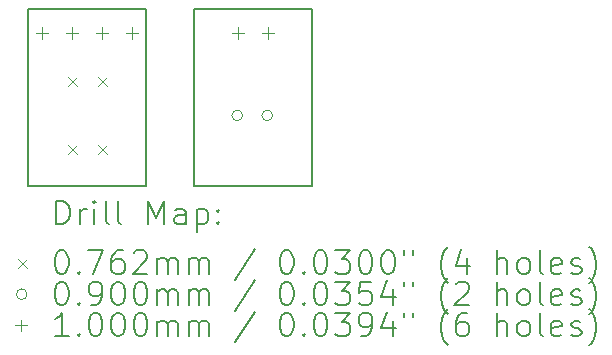
<source format=gbr>
%TF.GenerationSoftware,KiCad,Pcbnew,7.0.2-0*%
%TF.CreationDate,2023-08-02T16:30:45+09:00*%
%TF.ProjectId,touch_board2,746f7563-685f-4626-9f61-7264322e6b69,rev?*%
%TF.SameCoordinates,Original*%
%TF.FileFunction,Drillmap*%
%TF.FilePolarity,Positive*%
%FSLAX45Y45*%
G04 Gerber Fmt 4.5, Leading zero omitted, Abs format (unit mm)*
G04 Created by KiCad (PCBNEW 7.0.2-0) date 2023-08-02 16:30:45*
%MOMM*%
%LPD*%
G01*
G04 APERTURE LIST*
%ADD10C,0.200000*%
%ADD11C,0.076200*%
%ADD12C,0.090000*%
%ADD13C,0.100000*%
G04 APERTURE END LIST*
D10*
X12800000Y-11500000D02*
X13800000Y-11500000D01*
X12800000Y-10000000D02*
X12800000Y-11500000D01*
X13800000Y-10000000D02*
X12800000Y-10000000D01*
X13800000Y-11500000D02*
X13800000Y-10000000D01*
X14200000Y-11500000D02*
X15200000Y-11500000D01*
X14200000Y-10000000D02*
X14200000Y-11500000D01*
X15200000Y-10000000D02*
X14200000Y-10000000D01*
X15200000Y-11500000D02*
X15200000Y-10000000D01*
D11*
X13134900Y-10574400D02*
X13211100Y-10650600D01*
X13211100Y-10574400D02*
X13134900Y-10650600D01*
X13134900Y-11149400D02*
X13211100Y-11225600D01*
X13211100Y-11149400D02*
X13134900Y-11225600D01*
X13388900Y-10574400D02*
X13465100Y-10650600D01*
X13465100Y-10574400D02*
X13388900Y-10650600D01*
X13388900Y-11149400D02*
X13465100Y-11225600D01*
X13465100Y-11149400D02*
X13388900Y-11225600D01*
D12*
X14615000Y-10900000D02*
G75*
G03*
X14615000Y-10900000I-45000J0D01*
G01*
X14869000Y-10900000D02*
G75*
G03*
X14869000Y-10900000I-45000J0D01*
G01*
D13*
X12920000Y-10150000D02*
X12920000Y-10250000D01*
X12870000Y-10200000D02*
X12970000Y-10200000D01*
X13174000Y-10150000D02*
X13174000Y-10250000D01*
X13124000Y-10200000D02*
X13224000Y-10200000D01*
X13428000Y-10150000D02*
X13428000Y-10250000D01*
X13378000Y-10200000D02*
X13478000Y-10200000D01*
X13682000Y-10150000D02*
X13682000Y-10250000D01*
X13632000Y-10200000D02*
X13732000Y-10200000D01*
X14573500Y-10150000D02*
X14573500Y-10250000D01*
X14523500Y-10200000D02*
X14623500Y-10200000D01*
X14827500Y-10150000D02*
X14827500Y-10250000D01*
X14777500Y-10200000D02*
X14877500Y-10200000D01*
D10*
X13037619Y-11822524D02*
X13037619Y-11622524D01*
X13037619Y-11622524D02*
X13085238Y-11622524D01*
X13085238Y-11622524D02*
X13113809Y-11632048D01*
X13113809Y-11632048D02*
X13132857Y-11651095D01*
X13132857Y-11651095D02*
X13142381Y-11670143D01*
X13142381Y-11670143D02*
X13151905Y-11708238D01*
X13151905Y-11708238D02*
X13151905Y-11736809D01*
X13151905Y-11736809D02*
X13142381Y-11774905D01*
X13142381Y-11774905D02*
X13132857Y-11793952D01*
X13132857Y-11793952D02*
X13113809Y-11813000D01*
X13113809Y-11813000D02*
X13085238Y-11822524D01*
X13085238Y-11822524D02*
X13037619Y-11822524D01*
X13237619Y-11822524D02*
X13237619Y-11689190D01*
X13237619Y-11727286D02*
X13247143Y-11708238D01*
X13247143Y-11708238D02*
X13256667Y-11698714D01*
X13256667Y-11698714D02*
X13275714Y-11689190D01*
X13275714Y-11689190D02*
X13294762Y-11689190D01*
X13361428Y-11822524D02*
X13361428Y-11689190D01*
X13361428Y-11622524D02*
X13351905Y-11632048D01*
X13351905Y-11632048D02*
X13361428Y-11641571D01*
X13361428Y-11641571D02*
X13370952Y-11632048D01*
X13370952Y-11632048D02*
X13361428Y-11622524D01*
X13361428Y-11622524D02*
X13361428Y-11641571D01*
X13485238Y-11822524D02*
X13466190Y-11813000D01*
X13466190Y-11813000D02*
X13456667Y-11793952D01*
X13456667Y-11793952D02*
X13456667Y-11622524D01*
X13590000Y-11822524D02*
X13570952Y-11813000D01*
X13570952Y-11813000D02*
X13561428Y-11793952D01*
X13561428Y-11793952D02*
X13561428Y-11622524D01*
X13818571Y-11822524D02*
X13818571Y-11622524D01*
X13818571Y-11622524D02*
X13885238Y-11765381D01*
X13885238Y-11765381D02*
X13951905Y-11622524D01*
X13951905Y-11622524D02*
X13951905Y-11822524D01*
X14132857Y-11822524D02*
X14132857Y-11717762D01*
X14132857Y-11717762D02*
X14123333Y-11698714D01*
X14123333Y-11698714D02*
X14104286Y-11689190D01*
X14104286Y-11689190D02*
X14066190Y-11689190D01*
X14066190Y-11689190D02*
X14047143Y-11698714D01*
X14132857Y-11813000D02*
X14113809Y-11822524D01*
X14113809Y-11822524D02*
X14066190Y-11822524D01*
X14066190Y-11822524D02*
X14047143Y-11813000D01*
X14047143Y-11813000D02*
X14037619Y-11793952D01*
X14037619Y-11793952D02*
X14037619Y-11774905D01*
X14037619Y-11774905D02*
X14047143Y-11755857D01*
X14047143Y-11755857D02*
X14066190Y-11746333D01*
X14066190Y-11746333D02*
X14113809Y-11746333D01*
X14113809Y-11746333D02*
X14132857Y-11736809D01*
X14228095Y-11689190D02*
X14228095Y-11889190D01*
X14228095Y-11698714D02*
X14247143Y-11689190D01*
X14247143Y-11689190D02*
X14285238Y-11689190D01*
X14285238Y-11689190D02*
X14304286Y-11698714D01*
X14304286Y-11698714D02*
X14313809Y-11708238D01*
X14313809Y-11708238D02*
X14323333Y-11727286D01*
X14323333Y-11727286D02*
X14323333Y-11784428D01*
X14323333Y-11784428D02*
X14313809Y-11803476D01*
X14313809Y-11803476D02*
X14304286Y-11813000D01*
X14304286Y-11813000D02*
X14285238Y-11822524D01*
X14285238Y-11822524D02*
X14247143Y-11822524D01*
X14247143Y-11822524D02*
X14228095Y-11813000D01*
X14409048Y-11803476D02*
X14418571Y-11813000D01*
X14418571Y-11813000D02*
X14409048Y-11822524D01*
X14409048Y-11822524D02*
X14399524Y-11813000D01*
X14399524Y-11813000D02*
X14409048Y-11803476D01*
X14409048Y-11803476D02*
X14409048Y-11822524D01*
X14409048Y-11698714D02*
X14418571Y-11708238D01*
X14418571Y-11708238D02*
X14409048Y-11717762D01*
X14409048Y-11717762D02*
X14399524Y-11708238D01*
X14399524Y-11708238D02*
X14409048Y-11698714D01*
X14409048Y-11698714D02*
X14409048Y-11717762D01*
D11*
X12713800Y-12111900D02*
X12790000Y-12188100D01*
X12790000Y-12111900D02*
X12713800Y-12188100D01*
D10*
X13075714Y-12042524D02*
X13094762Y-12042524D01*
X13094762Y-12042524D02*
X13113809Y-12052048D01*
X13113809Y-12052048D02*
X13123333Y-12061571D01*
X13123333Y-12061571D02*
X13132857Y-12080619D01*
X13132857Y-12080619D02*
X13142381Y-12118714D01*
X13142381Y-12118714D02*
X13142381Y-12166333D01*
X13142381Y-12166333D02*
X13132857Y-12204428D01*
X13132857Y-12204428D02*
X13123333Y-12223476D01*
X13123333Y-12223476D02*
X13113809Y-12233000D01*
X13113809Y-12233000D02*
X13094762Y-12242524D01*
X13094762Y-12242524D02*
X13075714Y-12242524D01*
X13075714Y-12242524D02*
X13056667Y-12233000D01*
X13056667Y-12233000D02*
X13047143Y-12223476D01*
X13047143Y-12223476D02*
X13037619Y-12204428D01*
X13037619Y-12204428D02*
X13028095Y-12166333D01*
X13028095Y-12166333D02*
X13028095Y-12118714D01*
X13028095Y-12118714D02*
X13037619Y-12080619D01*
X13037619Y-12080619D02*
X13047143Y-12061571D01*
X13047143Y-12061571D02*
X13056667Y-12052048D01*
X13056667Y-12052048D02*
X13075714Y-12042524D01*
X13228095Y-12223476D02*
X13237619Y-12233000D01*
X13237619Y-12233000D02*
X13228095Y-12242524D01*
X13228095Y-12242524D02*
X13218571Y-12233000D01*
X13218571Y-12233000D02*
X13228095Y-12223476D01*
X13228095Y-12223476D02*
X13228095Y-12242524D01*
X13304286Y-12042524D02*
X13437619Y-12042524D01*
X13437619Y-12042524D02*
X13351905Y-12242524D01*
X13599524Y-12042524D02*
X13561428Y-12042524D01*
X13561428Y-12042524D02*
X13542381Y-12052048D01*
X13542381Y-12052048D02*
X13532857Y-12061571D01*
X13532857Y-12061571D02*
X13513809Y-12090143D01*
X13513809Y-12090143D02*
X13504286Y-12128238D01*
X13504286Y-12128238D02*
X13504286Y-12204428D01*
X13504286Y-12204428D02*
X13513809Y-12223476D01*
X13513809Y-12223476D02*
X13523333Y-12233000D01*
X13523333Y-12233000D02*
X13542381Y-12242524D01*
X13542381Y-12242524D02*
X13580476Y-12242524D01*
X13580476Y-12242524D02*
X13599524Y-12233000D01*
X13599524Y-12233000D02*
X13609048Y-12223476D01*
X13609048Y-12223476D02*
X13618571Y-12204428D01*
X13618571Y-12204428D02*
X13618571Y-12156809D01*
X13618571Y-12156809D02*
X13609048Y-12137762D01*
X13609048Y-12137762D02*
X13599524Y-12128238D01*
X13599524Y-12128238D02*
X13580476Y-12118714D01*
X13580476Y-12118714D02*
X13542381Y-12118714D01*
X13542381Y-12118714D02*
X13523333Y-12128238D01*
X13523333Y-12128238D02*
X13513809Y-12137762D01*
X13513809Y-12137762D02*
X13504286Y-12156809D01*
X13694762Y-12061571D02*
X13704286Y-12052048D01*
X13704286Y-12052048D02*
X13723333Y-12042524D01*
X13723333Y-12042524D02*
X13770952Y-12042524D01*
X13770952Y-12042524D02*
X13790000Y-12052048D01*
X13790000Y-12052048D02*
X13799524Y-12061571D01*
X13799524Y-12061571D02*
X13809048Y-12080619D01*
X13809048Y-12080619D02*
X13809048Y-12099667D01*
X13809048Y-12099667D02*
X13799524Y-12128238D01*
X13799524Y-12128238D02*
X13685238Y-12242524D01*
X13685238Y-12242524D02*
X13809048Y-12242524D01*
X13894762Y-12242524D02*
X13894762Y-12109190D01*
X13894762Y-12128238D02*
X13904286Y-12118714D01*
X13904286Y-12118714D02*
X13923333Y-12109190D01*
X13923333Y-12109190D02*
X13951905Y-12109190D01*
X13951905Y-12109190D02*
X13970952Y-12118714D01*
X13970952Y-12118714D02*
X13980476Y-12137762D01*
X13980476Y-12137762D02*
X13980476Y-12242524D01*
X13980476Y-12137762D02*
X13990000Y-12118714D01*
X13990000Y-12118714D02*
X14009048Y-12109190D01*
X14009048Y-12109190D02*
X14037619Y-12109190D01*
X14037619Y-12109190D02*
X14056667Y-12118714D01*
X14056667Y-12118714D02*
X14066190Y-12137762D01*
X14066190Y-12137762D02*
X14066190Y-12242524D01*
X14161429Y-12242524D02*
X14161429Y-12109190D01*
X14161429Y-12128238D02*
X14170952Y-12118714D01*
X14170952Y-12118714D02*
X14190000Y-12109190D01*
X14190000Y-12109190D02*
X14218571Y-12109190D01*
X14218571Y-12109190D02*
X14237619Y-12118714D01*
X14237619Y-12118714D02*
X14247143Y-12137762D01*
X14247143Y-12137762D02*
X14247143Y-12242524D01*
X14247143Y-12137762D02*
X14256667Y-12118714D01*
X14256667Y-12118714D02*
X14275714Y-12109190D01*
X14275714Y-12109190D02*
X14304286Y-12109190D01*
X14304286Y-12109190D02*
X14323333Y-12118714D01*
X14323333Y-12118714D02*
X14332857Y-12137762D01*
X14332857Y-12137762D02*
X14332857Y-12242524D01*
X14723333Y-12033000D02*
X14551905Y-12290143D01*
X14980476Y-12042524D02*
X14999524Y-12042524D01*
X14999524Y-12042524D02*
X15018572Y-12052048D01*
X15018572Y-12052048D02*
X15028095Y-12061571D01*
X15028095Y-12061571D02*
X15037619Y-12080619D01*
X15037619Y-12080619D02*
X15047143Y-12118714D01*
X15047143Y-12118714D02*
X15047143Y-12166333D01*
X15047143Y-12166333D02*
X15037619Y-12204428D01*
X15037619Y-12204428D02*
X15028095Y-12223476D01*
X15028095Y-12223476D02*
X15018572Y-12233000D01*
X15018572Y-12233000D02*
X14999524Y-12242524D01*
X14999524Y-12242524D02*
X14980476Y-12242524D01*
X14980476Y-12242524D02*
X14961429Y-12233000D01*
X14961429Y-12233000D02*
X14951905Y-12223476D01*
X14951905Y-12223476D02*
X14942381Y-12204428D01*
X14942381Y-12204428D02*
X14932857Y-12166333D01*
X14932857Y-12166333D02*
X14932857Y-12118714D01*
X14932857Y-12118714D02*
X14942381Y-12080619D01*
X14942381Y-12080619D02*
X14951905Y-12061571D01*
X14951905Y-12061571D02*
X14961429Y-12052048D01*
X14961429Y-12052048D02*
X14980476Y-12042524D01*
X15132857Y-12223476D02*
X15142381Y-12233000D01*
X15142381Y-12233000D02*
X15132857Y-12242524D01*
X15132857Y-12242524D02*
X15123333Y-12233000D01*
X15123333Y-12233000D02*
X15132857Y-12223476D01*
X15132857Y-12223476D02*
X15132857Y-12242524D01*
X15266191Y-12042524D02*
X15285238Y-12042524D01*
X15285238Y-12042524D02*
X15304286Y-12052048D01*
X15304286Y-12052048D02*
X15313810Y-12061571D01*
X15313810Y-12061571D02*
X15323333Y-12080619D01*
X15323333Y-12080619D02*
X15332857Y-12118714D01*
X15332857Y-12118714D02*
X15332857Y-12166333D01*
X15332857Y-12166333D02*
X15323333Y-12204428D01*
X15323333Y-12204428D02*
X15313810Y-12223476D01*
X15313810Y-12223476D02*
X15304286Y-12233000D01*
X15304286Y-12233000D02*
X15285238Y-12242524D01*
X15285238Y-12242524D02*
X15266191Y-12242524D01*
X15266191Y-12242524D02*
X15247143Y-12233000D01*
X15247143Y-12233000D02*
X15237619Y-12223476D01*
X15237619Y-12223476D02*
X15228095Y-12204428D01*
X15228095Y-12204428D02*
X15218572Y-12166333D01*
X15218572Y-12166333D02*
X15218572Y-12118714D01*
X15218572Y-12118714D02*
X15228095Y-12080619D01*
X15228095Y-12080619D02*
X15237619Y-12061571D01*
X15237619Y-12061571D02*
X15247143Y-12052048D01*
X15247143Y-12052048D02*
X15266191Y-12042524D01*
X15399524Y-12042524D02*
X15523333Y-12042524D01*
X15523333Y-12042524D02*
X15456667Y-12118714D01*
X15456667Y-12118714D02*
X15485238Y-12118714D01*
X15485238Y-12118714D02*
X15504286Y-12128238D01*
X15504286Y-12128238D02*
X15513810Y-12137762D01*
X15513810Y-12137762D02*
X15523333Y-12156809D01*
X15523333Y-12156809D02*
X15523333Y-12204428D01*
X15523333Y-12204428D02*
X15513810Y-12223476D01*
X15513810Y-12223476D02*
X15504286Y-12233000D01*
X15504286Y-12233000D02*
X15485238Y-12242524D01*
X15485238Y-12242524D02*
X15428095Y-12242524D01*
X15428095Y-12242524D02*
X15409048Y-12233000D01*
X15409048Y-12233000D02*
X15399524Y-12223476D01*
X15647143Y-12042524D02*
X15666191Y-12042524D01*
X15666191Y-12042524D02*
X15685238Y-12052048D01*
X15685238Y-12052048D02*
X15694762Y-12061571D01*
X15694762Y-12061571D02*
X15704286Y-12080619D01*
X15704286Y-12080619D02*
X15713810Y-12118714D01*
X15713810Y-12118714D02*
X15713810Y-12166333D01*
X15713810Y-12166333D02*
X15704286Y-12204428D01*
X15704286Y-12204428D02*
X15694762Y-12223476D01*
X15694762Y-12223476D02*
X15685238Y-12233000D01*
X15685238Y-12233000D02*
X15666191Y-12242524D01*
X15666191Y-12242524D02*
X15647143Y-12242524D01*
X15647143Y-12242524D02*
X15628095Y-12233000D01*
X15628095Y-12233000D02*
X15618572Y-12223476D01*
X15618572Y-12223476D02*
X15609048Y-12204428D01*
X15609048Y-12204428D02*
X15599524Y-12166333D01*
X15599524Y-12166333D02*
X15599524Y-12118714D01*
X15599524Y-12118714D02*
X15609048Y-12080619D01*
X15609048Y-12080619D02*
X15618572Y-12061571D01*
X15618572Y-12061571D02*
X15628095Y-12052048D01*
X15628095Y-12052048D02*
X15647143Y-12042524D01*
X15837619Y-12042524D02*
X15856667Y-12042524D01*
X15856667Y-12042524D02*
X15875714Y-12052048D01*
X15875714Y-12052048D02*
X15885238Y-12061571D01*
X15885238Y-12061571D02*
X15894762Y-12080619D01*
X15894762Y-12080619D02*
X15904286Y-12118714D01*
X15904286Y-12118714D02*
X15904286Y-12166333D01*
X15904286Y-12166333D02*
X15894762Y-12204428D01*
X15894762Y-12204428D02*
X15885238Y-12223476D01*
X15885238Y-12223476D02*
X15875714Y-12233000D01*
X15875714Y-12233000D02*
X15856667Y-12242524D01*
X15856667Y-12242524D02*
X15837619Y-12242524D01*
X15837619Y-12242524D02*
X15818572Y-12233000D01*
X15818572Y-12233000D02*
X15809048Y-12223476D01*
X15809048Y-12223476D02*
X15799524Y-12204428D01*
X15799524Y-12204428D02*
X15790000Y-12166333D01*
X15790000Y-12166333D02*
X15790000Y-12118714D01*
X15790000Y-12118714D02*
X15799524Y-12080619D01*
X15799524Y-12080619D02*
X15809048Y-12061571D01*
X15809048Y-12061571D02*
X15818572Y-12052048D01*
X15818572Y-12052048D02*
X15837619Y-12042524D01*
X15980476Y-12042524D02*
X15980476Y-12080619D01*
X16056667Y-12042524D02*
X16056667Y-12080619D01*
X16351905Y-12318714D02*
X16342381Y-12309190D01*
X16342381Y-12309190D02*
X16323334Y-12280619D01*
X16323334Y-12280619D02*
X16313810Y-12261571D01*
X16313810Y-12261571D02*
X16304286Y-12233000D01*
X16304286Y-12233000D02*
X16294762Y-12185381D01*
X16294762Y-12185381D02*
X16294762Y-12147286D01*
X16294762Y-12147286D02*
X16304286Y-12099667D01*
X16304286Y-12099667D02*
X16313810Y-12071095D01*
X16313810Y-12071095D02*
X16323334Y-12052048D01*
X16323334Y-12052048D02*
X16342381Y-12023476D01*
X16342381Y-12023476D02*
X16351905Y-12013952D01*
X16513810Y-12109190D02*
X16513810Y-12242524D01*
X16466191Y-12033000D02*
X16418572Y-12175857D01*
X16418572Y-12175857D02*
X16542381Y-12175857D01*
X16770953Y-12242524D02*
X16770953Y-12042524D01*
X16856667Y-12242524D02*
X16856667Y-12137762D01*
X16856667Y-12137762D02*
X16847143Y-12118714D01*
X16847143Y-12118714D02*
X16828096Y-12109190D01*
X16828096Y-12109190D02*
X16799524Y-12109190D01*
X16799524Y-12109190D02*
X16780477Y-12118714D01*
X16780477Y-12118714D02*
X16770953Y-12128238D01*
X16980477Y-12242524D02*
X16961429Y-12233000D01*
X16961429Y-12233000D02*
X16951905Y-12223476D01*
X16951905Y-12223476D02*
X16942381Y-12204428D01*
X16942381Y-12204428D02*
X16942381Y-12147286D01*
X16942381Y-12147286D02*
X16951905Y-12128238D01*
X16951905Y-12128238D02*
X16961429Y-12118714D01*
X16961429Y-12118714D02*
X16980477Y-12109190D01*
X16980477Y-12109190D02*
X17009048Y-12109190D01*
X17009048Y-12109190D02*
X17028096Y-12118714D01*
X17028096Y-12118714D02*
X17037619Y-12128238D01*
X17037619Y-12128238D02*
X17047143Y-12147286D01*
X17047143Y-12147286D02*
X17047143Y-12204428D01*
X17047143Y-12204428D02*
X17037619Y-12223476D01*
X17037619Y-12223476D02*
X17028096Y-12233000D01*
X17028096Y-12233000D02*
X17009048Y-12242524D01*
X17009048Y-12242524D02*
X16980477Y-12242524D01*
X17161429Y-12242524D02*
X17142381Y-12233000D01*
X17142381Y-12233000D02*
X17132858Y-12213952D01*
X17132858Y-12213952D02*
X17132858Y-12042524D01*
X17313810Y-12233000D02*
X17294762Y-12242524D01*
X17294762Y-12242524D02*
X17256667Y-12242524D01*
X17256667Y-12242524D02*
X17237619Y-12233000D01*
X17237619Y-12233000D02*
X17228096Y-12213952D01*
X17228096Y-12213952D02*
X17228096Y-12137762D01*
X17228096Y-12137762D02*
X17237619Y-12118714D01*
X17237619Y-12118714D02*
X17256667Y-12109190D01*
X17256667Y-12109190D02*
X17294762Y-12109190D01*
X17294762Y-12109190D02*
X17313810Y-12118714D01*
X17313810Y-12118714D02*
X17323334Y-12137762D01*
X17323334Y-12137762D02*
X17323334Y-12156809D01*
X17323334Y-12156809D02*
X17228096Y-12175857D01*
X17399524Y-12233000D02*
X17418572Y-12242524D01*
X17418572Y-12242524D02*
X17456667Y-12242524D01*
X17456667Y-12242524D02*
X17475715Y-12233000D01*
X17475715Y-12233000D02*
X17485239Y-12213952D01*
X17485239Y-12213952D02*
X17485239Y-12204428D01*
X17485239Y-12204428D02*
X17475715Y-12185381D01*
X17475715Y-12185381D02*
X17456667Y-12175857D01*
X17456667Y-12175857D02*
X17428096Y-12175857D01*
X17428096Y-12175857D02*
X17409048Y-12166333D01*
X17409048Y-12166333D02*
X17399524Y-12147286D01*
X17399524Y-12147286D02*
X17399524Y-12137762D01*
X17399524Y-12137762D02*
X17409048Y-12118714D01*
X17409048Y-12118714D02*
X17428096Y-12109190D01*
X17428096Y-12109190D02*
X17456667Y-12109190D01*
X17456667Y-12109190D02*
X17475715Y-12118714D01*
X17551905Y-12318714D02*
X17561429Y-12309190D01*
X17561429Y-12309190D02*
X17580477Y-12280619D01*
X17580477Y-12280619D02*
X17590000Y-12261571D01*
X17590000Y-12261571D02*
X17599524Y-12233000D01*
X17599524Y-12233000D02*
X17609048Y-12185381D01*
X17609048Y-12185381D02*
X17609048Y-12147286D01*
X17609048Y-12147286D02*
X17599524Y-12099667D01*
X17599524Y-12099667D02*
X17590000Y-12071095D01*
X17590000Y-12071095D02*
X17580477Y-12052048D01*
X17580477Y-12052048D02*
X17561429Y-12023476D01*
X17561429Y-12023476D02*
X17551905Y-12013952D01*
D12*
X12790000Y-12414000D02*
G75*
G03*
X12790000Y-12414000I-45000J0D01*
G01*
D10*
X13075714Y-12306524D02*
X13094762Y-12306524D01*
X13094762Y-12306524D02*
X13113809Y-12316048D01*
X13113809Y-12316048D02*
X13123333Y-12325571D01*
X13123333Y-12325571D02*
X13132857Y-12344619D01*
X13132857Y-12344619D02*
X13142381Y-12382714D01*
X13142381Y-12382714D02*
X13142381Y-12430333D01*
X13142381Y-12430333D02*
X13132857Y-12468428D01*
X13132857Y-12468428D02*
X13123333Y-12487476D01*
X13123333Y-12487476D02*
X13113809Y-12497000D01*
X13113809Y-12497000D02*
X13094762Y-12506524D01*
X13094762Y-12506524D02*
X13075714Y-12506524D01*
X13075714Y-12506524D02*
X13056667Y-12497000D01*
X13056667Y-12497000D02*
X13047143Y-12487476D01*
X13047143Y-12487476D02*
X13037619Y-12468428D01*
X13037619Y-12468428D02*
X13028095Y-12430333D01*
X13028095Y-12430333D02*
X13028095Y-12382714D01*
X13028095Y-12382714D02*
X13037619Y-12344619D01*
X13037619Y-12344619D02*
X13047143Y-12325571D01*
X13047143Y-12325571D02*
X13056667Y-12316048D01*
X13056667Y-12316048D02*
X13075714Y-12306524D01*
X13228095Y-12487476D02*
X13237619Y-12497000D01*
X13237619Y-12497000D02*
X13228095Y-12506524D01*
X13228095Y-12506524D02*
X13218571Y-12497000D01*
X13218571Y-12497000D02*
X13228095Y-12487476D01*
X13228095Y-12487476D02*
X13228095Y-12506524D01*
X13332857Y-12506524D02*
X13370952Y-12506524D01*
X13370952Y-12506524D02*
X13390000Y-12497000D01*
X13390000Y-12497000D02*
X13399524Y-12487476D01*
X13399524Y-12487476D02*
X13418571Y-12458905D01*
X13418571Y-12458905D02*
X13428095Y-12420809D01*
X13428095Y-12420809D02*
X13428095Y-12344619D01*
X13428095Y-12344619D02*
X13418571Y-12325571D01*
X13418571Y-12325571D02*
X13409048Y-12316048D01*
X13409048Y-12316048D02*
X13390000Y-12306524D01*
X13390000Y-12306524D02*
X13351905Y-12306524D01*
X13351905Y-12306524D02*
X13332857Y-12316048D01*
X13332857Y-12316048D02*
X13323333Y-12325571D01*
X13323333Y-12325571D02*
X13313809Y-12344619D01*
X13313809Y-12344619D02*
X13313809Y-12392238D01*
X13313809Y-12392238D02*
X13323333Y-12411286D01*
X13323333Y-12411286D02*
X13332857Y-12420809D01*
X13332857Y-12420809D02*
X13351905Y-12430333D01*
X13351905Y-12430333D02*
X13390000Y-12430333D01*
X13390000Y-12430333D02*
X13409048Y-12420809D01*
X13409048Y-12420809D02*
X13418571Y-12411286D01*
X13418571Y-12411286D02*
X13428095Y-12392238D01*
X13551905Y-12306524D02*
X13570952Y-12306524D01*
X13570952Y-12306524D02*
X13590000Y-12316048D01*
X13590000Y-12316048D02*
X13599524Y-12325571D01*
X13599524Y-12325571D02*
X13609048Y-12344619D01*
X13609048Y-12344619D02*
X13618571Y-12382714D01*
X13618571Y-12382714D02*
X13618571Y-12430333D01*
X13618571Y-12430333D02*
X13609048Y-12468428D01*
X13609048Y-12468428D02*
X13599524Y-12487476D01*
X13599524Y-12487476D02*
X13590000Y-12497000D01*
X13590000Y-12497000D02*
X13570952Y-12506524D01*
X13570952Y-12506524D02*
X13551905Y-12506524D01*
X13551905Y-12506524D02*
X13532857Y-12497000D01*
X13532857Y-12497000D02*
X13523333Y-12487476D01*
X13523333Y-12487476D02*
X13513809Y-12468428D01*
X13513809Y-12468428D02*
X13504286Y-12430333D01*
X13504286Y-12430333D02*
X13504286Y-12382714D01*
X13504286Y-12382714D02*
X13513809Y-12344619D01*
X13513809Y-12344619D02*
X13523333Y-12325571D01*
X13523333Y-12325571D02*
X13532857Y-12316048D01*
X13532857Y-12316048D02*
X13551905Y-12306524D01*
X13742381Y-12306524D02*
X13761429Y-12306524D01*
X13761429Y-12306524D02*
X13780476Y-12316048D01*
X13780476Y-12316048D02*
X13790000Y-12325571D01*
X13790000Y-12325571D02*
X13799524Y-12344619D01*
X13799524Y-12344619D02*
X13809048Y-12382714D01*
X13809048Y-12382714D02*
X13809048Y-12430333D01*
X13809048Y-12430333D02*
X13799524Y-12468428D01*
X13799524Y-12468428D02*
X13790000Y-12487476D01*
X13790000Y-12487476D02*
X13780476Y-12497000D01*
X13780476Y-12497000D02*
X13761429Y-12506524D01*
X13761429Y-12506524D02*
X13742381Y-12506524D01*
X13742381Y-12506524D02*
X13723333Y-12497000D01*
X13723333Y-12497000D02*
X13713809Y-12487476D01*
X13713809Y-12487476D02*
X13704286Y-12468428D01*
X13704286Y-12468428D02*
X13694762Y-12430333D01*
X13694762Y-12430333D02*
X13694762Y-12382714D01*
X13694762Y-12382714D02*
X13704286Y-12344619D01*
X13704286Y-12344619D02*
X13713809Y-12325571D01*
X13713809Y-12325571D02*
X13723333Y-12316048D01*
X13723333Y-12316048D02*
X13742381Y-12306524D01*
X13894762Y-12506524D02*
X13894762Y-12373190D01*
X13894762Y-12392238D02*
X13904286Y-12382714D01*
X13904286Y-12382714D02*
X13923333Y-12373190D01*
X13923333Y-12373190D02*
X13951905Y-12373190D01*
X13951905Y-12373190D02*
X13970952Y-12382714D01*
X13970952Y-12382714D02*
X13980476Y-12401762D01*
X13980476Y-12401762D02*
X13980476Y-12506524D01*
X13980476Y-12401762D02*
X13990000Y-12382714D01*
X13990000Y-12382714D02*
X14009048Y-12373190D01*
X14009048Y-12373190D02*
X14037619Y-12373190D01*
X14037619Y-12373190D02*
X14056667Y-12382714D01*
X14056667Y-12382714D02*
X14066190Y-12401762D01*
X14066190Y-12401762D02*
X14066190Y-12506524D01*
X14161429Y-12506524D02*
X14161429Y-12373190D01*
X14161429Y-12392238D02*
X14170952Y-12382714D01*
X14170952Y-12382714D02*
X14190000Y-12373190D01*
X14190000Y-12373190D02*
X14218571Y-12373190D01*
X14218571Y-12373190D02*
X14237619Y-12382714D01*
X14237619Y-12382714D02*
X14247143Y-12401762D01*
X14247143Y-12401762D02*
X14247143Y-12506524D01*
X14247143Y-12401762D02*
X14256667Y-12382714D01*
X14256667Y-12382714D02*
X14275714Y-12373190D01*
X14275714Y-12373190D02*
X14304286Y-12373190D01*
X14304286Y-12373190D02*
X14323333Y-12382714D01*
X14323333Y-12382714D02*
X14332857Y-12401762D01*
X14332857Y-12401762D02*
X14332857Y-12506524D01*
X14723333Y-12297000D02*
X14551905Y-12554143D01*
X14980476Y-12306524D02*
X14999524Y-12306524D01*
X14999524Y-12306524D02*
X15018572Y-12316048D01*
X15018572Y-12316048D02*
X15028095Y-12325571D01*
X15028095Y-12325571D02*
X15037619Y-12344619D01*
X15037619Y-12344619D02*
X15047143Y-12382714D01*
X15047143Y-12382714D02*
X15047143Y-12430333D01*
X15047143Y-12430333D02*
X15037619Y-12468428D01*
X15037619Y-12468428D02*
X15028095Y-12487476D01*
X15028095Y-12487476D02*
X15018572Y-12497000D01*
X15018572Y-12497000D02*
X14999524Y-12506524D01*
X14999524Y-12506524D02*
X14980476Y-12506524D01*
X14980476Y-12506524D02*
X14961429Y-12497000D01*
X14961429Y-12497000D02*
X14951905Y-12487476D01*
X14951905Y-12487476D02*
X14942381Y-12468428D01*
X14942381Y-12468428D02*
X14932857Y-12430333D01*
X14932857Y-12430333D02*
X14932857Y-12382714D01*
X14932857Y-12382714D02*
X14942381Y-12344619D01*
X14942381Y-12344619D02*
X14951905Y-12325571D01*
X14951905Y-12325571D02*
X14961429Y-12316048D01*
X14961429Y-12316048D02*
X14980476Y-12306524D01*
X15132857Y-12487476D02*
X15142381Y-12497000D01*
X15142381Y-12497000D02*
X15132857Y-12506524D01*
X15132857Y-12506524D02*
X15123333Y-12497000D01*
X15123333Y-12497000D02*
X15132857Y-12487476D01*
X15132857Y-12487476D02*
X15132857Y-12506524D01*
X15266191Y-12306524D02*
X15285238Y-12306524D01*
X15285238Y-12306524D02*
X15304286Y-12316048D01*
X15304286Y-12316048D02*
X15313810Y-12325571D01*
X15313810Y-12325571D02*
X15323333Y-12344619D01*
X15323333Y-12344619D02*
X15332857Y-12382714D01*
X15332857Y-12382714D02*
X15332857Y-12430333D01*
X15332857Y-12430333D02*
X15323333Y-12468428D01*
X15323333Y-12468428D02*
X15313810Y-12487476D01*
X15313810Y-12487476D02*
X15304286Y-12497000D01*
X15304286Y-12497000D02*
X15285238Y-12506524D01*
X15285238Y-12506524D02*
X15266191Y-12506524D01*
X15266191Y-12506524D02*
X15247143Y-12497000D01*
X15247143Y-12497000D02*
X15237619Y-12487476D01*
X15237619Y-12487476D02*
X15228095Y-12468428D01*
X15228095Y-12468428D02*
X15218572Y-12430333D01*
X15218572Y-12430333D02*
X15218572Y-12382714D01*
X15218572Y-12382714D02*
X15228095Y-12344619D01*
X15228095Y-12344619D02*
X15237619Y-12325571D01*
X15237619Y-12325571D02*
X15247143Y-12316048D01*
X15247143Y-12316048D02*
X15266191Y-12306524D01*
X15399524Y-12306524D02*
X15523333Y-12306524D01*
X15523333Y-12306524D02*
X15456667Y-12382714D01*
X15456667Y-12382714D02*
X15485238Y-12382714D01*
X15485238Y-12382714D02*
X15504286Y-12392238D01*
X15504286Y-12392238D02*
X15513810Y-12401762D01*
X15513810Y-12401762D02*
X15523333Y-12420809D01*
X15523333Y-12420809D02*
X15523333Y-12468428D01*
X15523333Y-12468428D02*
X15513810Y-12487476D01*
X15513810Y-12487476D02*
X15504286Y-12497000D01*
X15504286Y-12497000D02*
X15485238Y-12506524D01*
X15485238Y-12506524D02*
X15428095Y-12506524D01*
X15428095Y-12506524D02*
X15409048Y-12497000D01*
X15409048Y-12497000D02*
X15399524Y-12487476D01*
X15704286Y-12306524D02*
X15609048Y-12306524D01*
X15609048Y-12306524D02*
X15599524Y-12401762D01*
X15599524Y-12401762D02*
X15609048Y-12392238D01*
X15609048Y-12392238D02*
X15628095Y-12382714D01*
X15628095Y-12382714D02*
X15675714Y-12382714D01*
X15675714Y-12382714D02*
X15694762Y-12392238D01*
X15694762Y-12392238D02*
X15704286Y-12401762D01*
X15704286Y-12401762D02*
X15713810Y-12420809D01*
X15713810Y-12420809D02*
X15713810Y-12468428D01*
X15713810Y-12468428D02*
X15704286Y-12487476D01*
X15704286Y-12487476D02*
X15694762Y-12497000D01*
X15694762Y-12497000D02*
X15675714Y-12506524D01*
X15675714Y-12506524D02*
X15628095Y-12506524D01*
X15628095Y-12506524D02*
X15609048Y-12497000D01*
X15609048Y-12497000D02*
X15599524Y-12487476D01*
X15885238Y-12373190D02*
X15885238Y-12506524D01*
X15837619Y-12297000D02*
X15790000Y-12439857D01*
X15790000Y-12439857D02*
X15913810Y-12439857D01*
X15980476Y-12306524D02*
X15980476Y-12344619D01*
X16056667Y-12306524D02*
X16056667Y-12344619D01*
X16351905Y-12582714D02*
X16342381Y-12573190D01*
X16342381Y-12573190D02*
X16323334Y-12544619D01*
X16323334Y-12544619D02*
X16313810Y-12525571D01*
X16313810Y-12525571D02*
X16304286Y-12497000D01*
X16304286Y-12497000D02*
X16294762Y-12449381D01*
X16294762Y-12449381D02*
X16294762Y-12411286D01*
X16294762Y-12411286D02*
X16304286Y-12363667D01*
X16304286Y-12363667D02*
X16313810Y-12335095D01*
X16313810Y-12335095D02*
X16323334Y-12316048D01*
X16323334Y-12316048D02*
X16342381Y-12287476D01*
X16342381Y-12287476D02*
X16351905Y-12277952D01*
X16418572Y-12325571D02*
X16428095Y-12316048D01*
X16428095Y-12316048D02*
X16447143Y-12306524D01*
X16447143Y-12306524D02*
X16494762Y-12306524D01*
X16494762Y-12306524D02*
X16513810Y-12316048D01*
X16513810Y-12316048D02*
X16523334Y-12325571D01*
X16523334Y-12325571D02*
X16532857Y-12344619D01*
X16532857Y-12344619D02*
X16532857Y-12363667D01*
X16532857Y-12363667D02*
X16523334Y-12392238D01*
X16523334Y-12392238D02*
X16409048Y-12506524D01*
X16409048Y-12506524D02*
X16532857Y-12506524D01*
X16770953Y-12506524D02*
X16770953Y-12306524D01*
X16856667Y-12506524D02*
X16856667Y-12401762D01*
X16856667Y-12401762D02*
X16847143Y-12382714D01*
X16847143Y-12382714D02*
X16828096Y-12373190D01*
X16828096Y-12373190D02*
X16799524Y-12373190D01*
X16799524Y-12373190D02*
X16780477Y-12382714D01*
X16780477Y-12382714D02*
X16770953Y-12392238D01*
X16980477Y-12506524D02*
X16961429Y-12497000D01*
X16961429Y-12497000D02*
X16951905Y-12487476D01*
X16951905Y-12487476D02*
X16942381Y-12468428D01*
X16942381Y-12468428D02*
X16942381Y-12411286D01*
X16942381Y-12411286D02*
X16951905Y-12392238D01*
X16951905Y-12392238D02*
X16961429Y-12382714D01*
X16961429Y-12382714D02*
X16980477Y-12373190D01*
X16980477Y-12373190D02*
X17009048Y-12373190D01*
X17009048Y-12373190D02*
X17028096Y-12382714D01*
X17028096Y-12382714D02*
X17037619Y-12392238D01*
X17037619Y-12392238D02*
X17047143Y-12411286D01*
X17047143Y-12411286D02*
X17047143Y-12468428D01*
X17047143Y-12468428D02*
X17037619Y-12487476D01*
X17037619Y-12487476D02*
X17028096Y-12497000D01*
X17028096Y-12497000D02*
X17009048Y-12506524D01*
X17009048Y-12506524D02*
X16980477Y-12506524D01*
X17161429Y-12506524D02*
X17142381Y-12497000D01*
X17142381Y-12497000D02*
X17132858Y-12477952D01*
X17132858Y-12477952D02*
X17132858Y-12306524D01*
X17313810Y-12497000D02*
X17294762Y-12506524D01*
X17294762Y-12506524D02*
X17256667Y-12506524D01*
X17256667Y-12506524D02*
X17237619Y-12497000D01*
X17237619Y-12497000D02*
X17228096Y-12477952D01*
X17228096Y-12477952D02*
X17228096Y-12401762D01*
X17228096Y-12401762D02*
X17237619Y-12382714D01*
X17237619Y-12382714D02*
X17256667Y-12373190D01*
X17256667Y-12373190D02*
X17294762Y-12373190D01*
X17294762Y-12373190D02*
X17313810Y-12382714D01*
X17313810Y-12382714D02*
X17323334Y-12401762D01*
X17323334Y-12401762D02*
X17323334Y-12420809D01*
X17323334Y-12420809D02*
X17228096Y-12439857D01*
X17399524Y-12497000D02*
X17418572Y-12506524D01*
X17418572Y-12506524D02*
X17456667Y-12506524D01*
X17456667Y-12506524D02*
X17475715Y-12497000D01*
X17475715Y-12497000D02*
X17485239Y-12477952D01*
X17485239Y-12477952D02*
X17485239Y-12468428D01*
X17485239Y-12468428D02*
X17475715Y-12449381D01*
X17475715Y-12449381D02*
X17456667Y-12439857D01*
X17456667Y-12439857D02*
X17428096Y-12439857D01*
X17428096Y-12439857D02*
X17409048Y-12430333D01*
X17409048Y-12430333D02*
X17399524Y-12411286D01*
X17399524Y-12411286D02*
X17399524Y-12401762D01*
X17399524Y-12401762D02*
X17409048Y-12382714D01*
X17409048Y-12382714D02*
X17428096Y-12373190D01*
X17428096Y-12373190D02*
X17456667Y-12373190D01*
X17456667Y-12373190D02*
X17475715Y-12382714D01*
X17551905Y-12582714D02*
X17561429Y-12573190D01*
X17561429Y-12573190D02*
X17580477Y-12544619D01*
X17580477Y-12544619D02*
X17590000Y-12525571D01*
X17590000Y-12525571D02*
X17599524Y-12497000D01*
X17599524Y-12497000D02*
X17609048Y-12449381D01*
X17609048Y-12449381D02*
X17609048Y-12411286D01*
X17609048Y-12411286D02*
X17599524Y-12363667D01*
X17599524Y-12363667D02*
X17590000Y-12335095D01*
X17590000Y-12335095D02*
X17580477Y-12316048D01*
X17580477Y-12316048D02*
X17561429Y-12287476D01*
X17561429Y-12287476D02*
X17551905Y-12277952D01*
D13*
X12740000Y-12628000D02*
X12740000Y-12728000D01*
X12690000Y-12678000D02*
X12790000Y-12678000D01*
D10*
X13142381Y-12770524D02*
X13028095Y-12770524D01*
X13085238Y-12770524D02*
X13085238Y-12570524D01*
X13085238Y-12570524D02*
X13066190Y-12599095D01*
X13066190Y-12599095D02*
X13047143Y-12618143D01*
X13047143Y-12618143D02*
X13028095Y-12627667D01*
X13228095Y-12751476D02*
X13237619Y-12761000D01*
X13237619Y-12761000D02*
X13228095Y-12770524D01*
X13228095Y-12770524D02*
X13218571Y-12761000D01*
X13218571Y-12761000D02*
X13228095Y-12751476D01*
X13228095Y-12751476D02*
X13228095Y-12770524D01*
X13361428Y-12570524D02*
X13380476Y-12570524D01*
X13380476Y-12570524D02*
X13399524Y-12580048D01*
X13399524Y-12580048D02*
X13409048Y-12589571D01*
X13409048Y-12589571D02*
X13418571Y-12608619D01*
X13418571Y-12608619D02*
X13428095Y-12646714D01*
X13428095Y-12646714D02*
X13428095Y-12694333D01*
X13428095Y-12694333D02*
X13418571Y-12732428D01*
X13418571Y-12732428D02*
X13409048Y-12751476D01*
X13409048Y-12751476D02*
X13399524Y-12761000D01*
X13399524Y-12761000D02*
X13380476Y-12770524D01*
X13380476Y-12770524D02*
X13361428Y-12770524D01*
X13361428Y-12770524D02*
X13342381Y-12761000D01*
X13342381Y-12761000D02*
X13332857Y-12751476D01*
X13332857Y-12751476D02*
X13323333Y-12732428D01*
X13323333Y-12732428D02*
X13313809Y-12694333D01*
X13313809Y-12694333D02*
X13313809Y-12646714D01*
X13313809Y-12646714D02*
X13323333Y-12608619D01*
X13323333Y-12608619D02*
X13332857Y-12589571D01*
X13332857Y-12589571D02*
X13342381Y-12580048D01*
X13342381Y-12580048D02*
X13361428Y-12570524D01*
X13551905Y-12570524D02*
X13570952Y-12570524D01*
X13570952Y-12570524D02*
X13590000Y-12580048D01*
X13590000Y-12580048D02*
X13599524Y-12589571D01*
X13599524Y-12589571D02*
X13609048Y-12608619D01*
X13609048Y-12608619D02*
X13618571Y-12646714D01*
X13618571Y-12646714D02*
X13618571Y-12694333D01*
X13618571Y-12694333D02*
X13609048Y-12732428D01*
X13609048Y-12732428D02*
X13599524Y-12751476D01*
X13599524Y-12751476D02*
X13590000Y-12761000D01*
X13590000Y-12761000D02*
X13570952Y-12770524D01*
X13570952Y-12770524D02*
X13551905Y-12770524D01*
X13551905Y-12770524D02*
X13532857Y-12761000D01*
X13532857Y-12761000D02*
X13523333Y-12751476D01*
X13523333Y-12751476D02*
X13513809Y-12732428D01*
X13513809Y-12732428D02*
X13504286Y-12694333D01*
X13504286Y-12694333D02*
X13504286Y-12646714D01*
X13504286Y-12646714D02*
X13513809Y-12608619D01*
X13513809Y-12608619D02*
X13523333Y-12589571D01*
X13523333Y-12589571D02*
X13532857Y-12580048D01*
X13532857Y-12580048D02*
X13551905Y-12570524D01*
X13742381Y-12570524D02*
X13761429Y-12570524D01*
X13761429Y-12570524D02*
X13780476Y-12580048D01*
X13780476Y-12580048D02*
X13790000Y-12589571D01*
X13790000Y-12589571D02*
X13799524Y-12608619D01*
X13799524Y-12608619D02*
X13809048Y-12646714D01*
X13809048Y-12646714D02*
X13809048Y-12694333D01*
X13809048Y-12694333D02*
X13799524Y-12732428D01*
X13799524Y-12732428D02*
X13790000Y-12751476D01*
X13790000Y-12751476D02*
X13780476Y-12761000D01*
X13780476Y-12761000D02*
X13761429Y-12770524D01*
X13761429Y-12770524D02*
X13742381Y-12770524D01*
X13742381Y-12770524D02*
X13723333Y-12761000D01*
X13723333Y-12761000D02*
X13713809Y-12751476D01*
X13713809Y-12751476D02*
X13704286Y-12732428D01*
X13704286Y-12732428D02*
X13694762Y-12694333D01*
X13694762Y-12694333D02*
X13694762Y-12646714D01*
X13694762Y-12646714D02*
X13704286Y-12608619D01*
X13704286Y-12608619D02*
X13713809Y-12589571D01*
X13713809Y-12589571D02*
X13723333Y-12580048D01*
X13723333Y-12580048D02*
X13742381Y-12570524D01*
X13894762Y-12770524D02*
X13894762Y-12637190D01*
X13894762Y-12656238D02*
X13904286Y-12646714D01*
X13904286Y-12646714D02*
X13923333Y-12637190D01*
X13923333Y-12637190D02*
X13951905Y-12637190D01*
X13951905Y-12637190D02*
X13970952Y-12646714D01*
X13970952Y-12646714D02*
X13980476Y-12665762D01*
X13980476Y-12665762D02*
X13980476Y-12770524D01*
X13980476Y-12665762D02*
X13990000Y-12646714D01*
X13990000Y-12646714D02*
X14009048Y-12637190D01*
X14009048Y-12637190D02*
X14037619Y-12637190D01*
X14037619Y-12637190D02*
X14056667Y-12646714D01*
X14056667Y-12646714D02*
X14066190Y-12665762D01*
X14066190Y-12665762D02*
X14066190Y-12770524D01*
X14161429Y-12770524D02*
X14161429Y-12637190D01*
X14161429Y-12656238D02*
X14170952Y-12646714D01*
X14170952Y-12646714D02*
X14190000Y-12637190D01*
X14190000Y-12637190D02*
X14218571Y-12637190D01*
X14218571Y-12637190D02*
X14237619Y-12646714D01*
X14237619Y-12646714D02*
X14247143Y-12665762D01*
X14247143Y-12665762D02*
X14247143Y-12770524D01*
X14247143Y-12665762D02*
X14256667Y-12646714D01*
X14256667Y-12646714D02*
X14275714Y-12637190D01*
X14275714Y-12637190D02*
X14304286Y-12637190D01*
X14304286Y-12637190D02*
X14323333Y-12646714D01*
X14323333Y-12646714D02*
X14332857Y-12665762D01*
X14332857Y-12665762D02*
X14332857Y-12770524D01*
X14723333Y-12561000D02*
X14551905Y-12818143D01*
X14980476Y-12570524D02*
X14999524Y-12570524D01*
X14999524Y-12570524D02*
X15018572Y-12580048D01*
X15018572Y-12580048D02*
X15028095Y-12589571D01*
X15028095Y-12589571D02*
X15037619Y-12608619D01*
X15037619Y-12608619D02*
X15047143Y-12646714D01*
X15047143Y-12646714D02*
X15047143Y-12694333D01*
X15047143Y-12694333D02*
X15037619Y-12732428D01*
X15037619Y-12732428D02*
X15028095Y-12751476D01*
X15028095Y-12751476D02*
X15018572Y-12761000D01*
X15018572Y-12761000D02*
X14999524Y-12770524D01*
X14999524Y-12770524D02*
X14980476Y-12770524D01*
X14980476Y-12770524D02*
X14961429Y-12761000D01*
X14961429Y-12761000D02*
X14951905Y-12751476D01*
X14951905Y-12751476D02*
X14942381Y-12732428D01*
X14942381Y-12732428D02*
X14932857Y-12694333D01*
X14932857Y-12694333D02*
X14932857Y-12646714D01*
X14932857Y-12646714D02*
X14942381Y-12608619D01*
X14942381Y-12608619D02*
X14951905Y-12589571D01*
X14951905Y-12589571D02*
X14961429Y-12580048D01*
X14961429Y-12580048D02*
X14980476Y-12570524D01*
X15132857Y-12751476D02*
X15142381Y-12761000D01*
X15142381Y-12761000D02*
X15132857Y-12770524D01*
X15132857Y-12770524D02*
X15123333Y-12761000D01*
X15123333Y-12761000D02*
X15132857Y-12751476D01*
X15132857Y-12751476D02*
X15132857Y-12770524D01*
X15266191Y-12570524D02*
X15285238Y-12570524D01*
X15285238Y-12570524D02*
X15304286Y-12580048D01*
X15304286Y-12580048D02*
X15313810Y-12589571D01*
X15313810Y-12589571D02*
X15323333Y-12608619D01*
X15323333Y-12608619D02*
X15332857Y-12646714D01*
X15332857Y-12646714D02*
X15332857Y-12694333D01*
X15332857Y-12694333D02*
X15323333Y-12732428D01*
X15323333Y-12732428D02*
X15313810Y-12751476D01*
X15313810Y-12751476D02*
X15304286Y-12761000D01*
X15304286Y-12761000D02*
X15285238Y-12770524D01*
X15285238Y-12770524D02*
X15266191Y-12770524D01*
X15266191Y-12770524D02*
X15247143Y-12761000D01*
X15247143Y-12761000D02*
X15237619Y-12751476D01*
X15237619Y-12751476D02*
X15228095Y-12732428D01*
X15228095Y-12732428D02*
X15218572Y-12694333D01*
X15218572Y-12694333D02*
X15218572Y-12646714D01*
X15218572Y-12646714D02*
X15228095Y-12608619D01*
X15228095Y-12608619D02*
X15237619Y-12589571D01*
X15237619Y-12589571D02*
X15247143Y-12580048D01*
X15247143Y-12580048D02*
X15266191Y-12570524D01*
X15399524Y-12570524D02*
X15523333Y-12570524D01*
X15523333Y-12570524D02*
X15456667Y-12646714D01*
X15456667Y-12646714D02*
X15485238Y-12646714D01*
X15485238Y-12646714D02*
X15504286Y-12656238D01*
X15504286Y-12656238D02*
X15513810Y-12665762D01*
X15513810Y-12665762D02*
X15523333Y-12684809D01*
X15523333Y-12684809D02*
X15523333Y-12732428D01*
X15523333Y-12732428D02*
X15513810Y-12751476D01*
X15513810Y-12751476D02*
X15504286Y-12761000D01*
X15504286Y-12761000D02*
X15485238Y-12770524D01*
X15485238Y-12770524D02*
X15428095Y-12770524D01*
X15428095Y-12770524D02*
X15409048Y-12761000D01*
X15409048Y-12761000D02*
X15399524Y-12751476D01*
X15618572Y-12770524D02*
X15656667Y-12770524D01*
X15656667Y-12770524D02*
X15675714Y-12761000D01*
X15675714Y-12761000D02*
X15685238Y-12751476D01*
X15685238Y-12751476D02*
X15704286Y-12722905D01*
X15704286Y-12722905D02*
X15713810Y-12684809D01*
X15713810Y-12684809D02*
X15713810Y-12608619D01*
X15713810Y-12608619D02*
X15704286Y-12589571D01*
X15704286Y-12589571D02*
X15694762Y-12580048D01*
X15694762Y-12580048D02*
X15675714Y-12570524D01*
X15675714Y-12570524D02*
X15637619Y-12570524D01*
X15637619Y-12570524D02*
X15618572Y-12580048D01*
X15618572Y-12580048D02*
X15609048Y-12589571D01*
X15609048Y-12589571D02*
X15599524Y-12608619D01*
X15599524Y-12608619D02*
X15599524Y-12656238D01*
X15599524Y-12656238D02*
X15609048Y-12675286D01*
X15609048Y-12675286D02*
X15618572Y-12684809D01*
X15618572Y-12684809D02*
X15637619Y-12694333D01*
X15637619Y-12694333D02*
X15675714Y-12694333D01*
X15675714Y-12694333D02*
X15694762Y-12684809D01*
X15694762Y-12684809D02*
X15704286Y-12675286D01*
X15704286Y-12675286D02*
X15713810Y-12656238D01*
X15885238Y-12637190D02*
X15885238Y-12770524D01*
X15837619Y-12561000D02*
X15790000Y-12703857D01*
X15790000Y-12703857D02*
X15913810Y-12703857D01*
X15980476Y-12570524D02*
X15980476Y-12608619D01*
X16056667Y-12570524D02*
X16056667Y-12608619D01*
X16351905Y-12846714D02*
X16342381Y-12837190D01*
X16342381Y-12837190D02*
X16323334Y-12808619D01*
X16323334Y-12808619D02*
X16313810Y-12789571D01*
X16313810Y-12789571D02*
X16304286Y-12761000D01*
X16304286Y-12761000D02*
X16294762Y-12713381D01*
X16294762Y-12713381D02*
X16294762Y-12675286D01*
X16294762Y-12675286D02*
X16304286Y-12627667D01*
X16304286Y-12627667D02*
X16313810Y-12599095D01*
X16313810Y-12599095D02*
X16323334Y-12580048D01*
X16323334Y-12580048D02*
X16342381Y-12551476D01*
X16342381Y-12551476D02*
X16351905Y-12541952D01*
X16513810Y-12570524D02*
X16475714Y-12570524D01*
X16475714Y-12570524D02*
X16456667Y-12580048D01*
X16456667Y-12580048D02*
X16447143Y-12589571D01*
X16447143Y-12589571D02*
X16428095Y-12618143D01*
X16428095Y-12618143D02*
X16418572Y-12656238D01*
X16418572Y-12656238D02*
X16418572Y-12732428D01*
X16418572Y-12732428D02*
X16428095Y-12751476D01*
X16428095Y-12751476D02*
X16437619Y-12761000D01*
X16437619Y-12761000D02*
X16456667Y-12770524D01*
X16456667Y-12770524D02*
X16494762Y-12770524D01*
X16494762Y-12770524D02*
X16513810Y-12761000D01*
X16513810Y-12761000D02*
X16523334Y-12751476D01*
X16523334Y-12751476D02*
X16532857Y-12732428D01*
X16532857Y-12732428D02*
X16532857Y-12684809D01*
X16532857Y-12684809D02*
X16523334Y-12665762D01*
X16523334Y-12665762D02*
X16513810Y-12656238D01*
X16513810Y-12656238D02*
X16494762Y-12646714D01*
X16494762Y-12646714D02*
X16456667Y-12646714D01*
X16456667Y-12646714D02*
X16437619Y-12656238D01*
X16437619Y-12656238D02*
X16428095Y-12665762D01*
X16428095Y-12665762D02*
X16418572Y-12684809D01*
X16770953Y-12770524D02*
X16770953Y-12570524D01*
X16856667Y-12770524D02*
X16856667Y-12665762D01*
X16856667Y-12665762D02*
X16847143Y-12646714D01*
X16847143Y-12646714D02*
X16828096Y-12637190D01*
X16828096Y-12637190D02*
X16799524Y-12637190D01*
X16799524Y-12637190D02*
X16780477Y-12646714D01*
X16780477Y-12646714D02*
X16770953Y-12656238D01*
X16980477Y-12770524D02*
X16961429Y-12761000D01*
X16961429Y-12761000D02*
X16951905Y-12751476D01*
X16951905Y-12751476D02*
X16942381Y-12732428D01*
X16942381Y-12732428D02*
X16942381Y-12675286D01*
X16942381Y-12675286D02*
X16951905Y-12656238D01*
X16951905Y-12656238D02*
X16961429Y-12646714D01*
X16961429Y-12646714D02*
X16980477Y-12637190D01*
X16980477Y-12637190D02*
X17009048Y-12637190D01*
X17009048Y-12637190D02*
X17028096Y-12646714D01*
X17028096Y-12646714D02*
X17037619Y-12656238D01*
X17037619Y-12656238D02*
X17047143Y-12675286D01*
X17047143Y-12675286D02*
X17047143Y-12732428D01*
X17047143Y-12732428D02*
X17037619Y-12751476D01*
X17037619Y-12751476D02*
X17028096Y-12761000D01*
X17028096Y-12761000D02*
X17009048Y-12770524D01*
X17009048Y-12770524D02*
X16980477Y-12770524D01*
X17161429Y-12770524D02*
X17142381Y-12761000D01*
X17142381Y-12761000D02*
X17132858Y-12741952D01*
X17132858Y-12741952D02*
X17132858Y-12570524D01*
X17313810Y-12761000D02*
X17294762Y-12770524D01*
X17294762Y-12770524D02*
X17256667Y-12770524D01*
X17256667Y-12770524D02*
X17237619Y-12761000D01*
X17237619Y-12761000D02*
X17228096Y-12741952D01*
X17228096Y-12741952D02*
X17228096Y-12665762D01*
X17228096Y-12665762D02*
X17237619Y-12646714D01*
X17237619Y-12646714D02*
X17256667Y-12637190D01*
X17256667Y-12637190D02*
X17294762Y-12637190D01*
X17294762Y-12637190D02*
X17313810Y-12646714D01*
X17313810Y-12646714D02*
X17323334Y-12665762D01*
X17323334Y-12665762D02*
X17323334Y-12684809D01*
X17323334Y-12684809D02*
X17228096Y-12703857D01*
X17399524Y-12761000D02*
X17418572Y-12770524D01*
X17418572Y-12770524D02*
X17456667Y-12770524D01*
X17456667Y-12770524D02*
X17475715Y-12761000D01*
X17475715Y-12761000D02*
X17485239Y-12741952D01*
X17485239Y-12741952D02*
X17485239Y-12732428D01*
X17485239Y-12732428D02*
X17475715Y-12713381D01*
X17475715Y-12713381D02*
X17456667Y-12703857D01*
X17456667Y-12703857D02*
X17428096Y-12703857D01*
X17428096Y-12703857D02*
X17409048Y-12694333D01*
X17409048Y-12694333D02*
X17399524Y-12675286D01*
X17399524Y-12675286D02*
X17399524Y-12665762D01*
X17399524Y-12665762D02*
X17409048Y-12646714D01*
X17409048Y-12646714D02*
X17428096Y-12637190D01*
X17428096Y-12637190D02*
X17456667Y-12637190D01*
X17456667Y-12637190D02*
X17475715Y-12646714D01*
X17551905Y-12846714D02*
X17561429Y-12837190D01*
X17561429Y-12837190D02*
X17580477Y-12808619D01*
X17580477Y-12808619D02*
X17590000Y-12789571D01*
X17590000Y-12789571D02*
X17599524Y-12761000D01*
X17599524Y-12761000D02*
X17609048Y-12713381D01*
X17609048Y-12713381D02*
X17609048Y-12675286D01*
X17609048Y-12675286D02*
X17599524Y-12627667D01*
X17599524Y-12627667D02*
X17590000Y-12599095D01*
X17590000Y-12599095D02*
X17580477Y-12580048D01*
X17580477Y-12580048D02*
X17561429Y-12551476D01*
X17561429Y-12551476D02*
X17551905Y-12541952D01*
M02*

</source>
